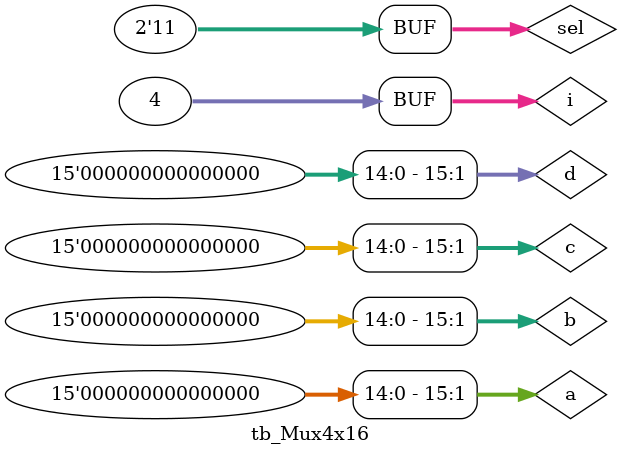
<source format=v>
module tb_Mux4x16;
  reg [15:0] a;
  reg [15:0] b;
  reg [15:0] c;
  reg [15:0] d;
  
  reg [1:0] sel;
  
  wire [15:0] out;
  
  integer i;
  
  
  Mux4x16 mux_test(
  .a (a),
  .b (b),
  .c (c),
  .d (d),
  .sel (sel),
  .out (out)
  );
  
  initial begin
    $monitor ("[%0t] sel=0x%0h a=0x%0h b=0x%0h c=0x%0h d=0x%0h out=0x%0h", $time, sel, a, b, c, d, out); 
   // 1. At time 0, drive random values to a/b/c/d and keep sel = 0
      sel <= 0;
      a <= $random;
      b <= $random;
      c <= $random;
      d <= $random;
 
      // 2. Change the value of sel after every 5ns
      for (i = 1; i < 4; i=i+1) begin
         #5 sel <= i;
      end
 
      // 3. After Step2 is over, wait for 5ns and finish simulation
      //#5 $finish;
  
end
        
endmodule

</source>
